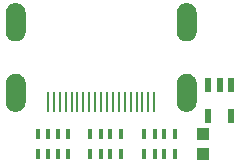
<source format=gbr>
G04 EAGLE Gerber RS-274X export*
G75*
%MOMM*%
%FSLAX34Y34*%
%LPD*%
%INSolderpaste Top*%
%IPPOS*%
%AMOC8*
5,1,8,0,0,1.08239X$1,22.5*%
G01*
%ADD10R,0.200000X1.800000*%
%ADD11R,0.550000X1.200000*%
%ADD12R,0.450000X0.900000*%
%ADD13R,1.000000X1.075000*%

G36*
X226171Y155459D02*
X226171Y155459D01*
X226194Y155463D01*
X226319Y155475D01*
X227665Y155753D01*
X227688Y155762D01*
X227808Y155798D01*
X229074Y156333D01*
X229095Y156346D01*
X229205Y156405D01*
X230343Y157177D01*
X230360Y157194D01*
X230457Y157273D01*
X231422Y158252D01*
X231436Y158272D01*
X231516Y158368D01*
X232271Y159517D01*
X232281Y159539D01*
X232341Y159649D01*
X232857Y160923D01*
X232863Y160947D01*
X232900Y161067D01*
X233158Y162417D01*
X233158Y162444D01*
X233171Y162560D01*
X233171Y180340D01*
X233167Y180367D01*
X233158Y180483D01*
X232900Y181833D01*
X232891Y181856D01*
X232857Y181977D01*
X232341Y183251D01*
X232328Y183271D01*
X232271Y183383D01*
X231516Y184532D01*
X231500Y184549D01*
X231422Y184648D01*
X230457Y185627D01*
X230438Y185641D01*
X230343Y185723D01*
X229205Y186495D01*
X229184Y186505D01*
X229074Y186567D01*
X227808Y187102D01*
X227785Y187108D01*
X227665Y187147D01*
X226319Y187425D01*
X226295Y187426D01*
X226171Y187441D01*
X224796Y187451D01*
X224791Y187451D01*
X224784Y187451D01*
X223409Y187441D01*
X223386Y187437D01*
X223261Y187425D01*
X221915Y187147D01*
X221892Y187138D01*
X221772Y187102D01*
X220506Y186567D01*
X220485Y186554D01*
X220375Y186495D01*
X219237Y185723D01*
X219220Y185706D01*
X219123Y185627D01*
X218158Y184648D01*
X218144Y184628D01*
X218064Y184532D01*
X217309Y183383D01*
X217299Y183361D01*
X217239Y183251D01*
X216723Y181977D01*
X216717Y181953D01*
X216680Y181833D01*
X216422Y180483D01*
X216422Y180456D01*
X216409Y180340D01*
X216409Y162560D01*
X216413Y162533D01*
X216422Y162417D01*
X216680Y161067D01*
X216689Y161044D01*
X216723Y160923D01*
X217239Y159649D01*
X217252Y159629D01*
X217309Y159517D01*
X218064Y158368D01*
X218080Y158351D01*
X218158Y158252D01*
X219123Y157273D01*
X219142Y157259D01*
X219237Y157177D01*
X220375Y156405D01*
X220396Y156395D01*
X220506Y156333D01*
X221772Y155798D01*
X221795Y155792D01*
X221915Y155753D01*
X223261Y155475D01*
X223285Y155474D01*
X223409Y155459D01*
X224784Y155449D01*
X224789Y155450D01*
X224796Y155449D01*
X226171Y155459D01*
G37*
G36*
X81391Y155459D02*
X81391Y155459D01*
X81414Y155463D01*
X81539Y155475D01*
X82885Y155753D01*
X82908Y155762D01*
X83028Y155798D01*
X84294Y156333D01*
X84315Y156346D01*
X84425Y156405D01*
X85563Y157177D01*
X85580Y157194D01*
X85677Y157273D01*
X86642Y158252D01*
X86656Y158272D01*
X86736Y158368D01*
X87491Y159517D01*
X87501Y159539D01*
X87561Y159649D01*
X88077Y160923D01*
X88083Y160947D01*
X88120Y161067D01*
X88378Y162417D01*
X88378Y162444D01*
X88391Y162560D01*
X88391Y180340D01*
X88387Y180367D01*
X88378Y180483D01*
X88120Y181833D01*
X88111Y181856D01*
X88077Y181977D01*
X87561Y183251D01*
X87548Y183271D01*
X87491Y183383D01*
X86736Y184532D01*
X86720Y184549D01*
X86642Y184648D01*
X85677Y185627D01*
X85658Y185641D01*
X85563Y185723D01*
X84425Y186495D01*
X84404Y186505D01*
X84294Y186567D01*
X83028Y187102D01*
X83005Y187108D01*
X82885Y187147D01*
X81539Y187425D01*
X81515Y187426D01*
X81391Y187441D01*
X80016Y187451D01*
X80011Y187451D01*
X80004Y187451D01*
X78629Y187441D01*
X78606Y187437D01*
X78481Y187425D01*
X77135Y187147D01*
X77112Y187138D01*
X76992Y187102D01*
X75726Y186567D01*
X75705Y186554D01*
X75595Y186495D01*
X74457Y185723D01*
X74440Y185706D01*
X74343Y185627D01*
X73378Y184648D01*
X73364Y184628D01*
X73284Y184532D01*
X72529Y183383D01*
X72519Y183361D01*
X72459Y183251D01*
X71943Y181977D01*
X71937Y181953D01*
X71900Y181833D01*
X71642Y180483D01*
X71642Y180456D01*
X71629Y180340D01*
X71629Y162560D01*
X71633Y162533D01*
X71642Y162417D01*
X71900Y161067D01*
X71909Y161044D01*
X71943Y160923D01*
X72459Y159649D01*
X72472Y159629D01*
X72529Y159517D01*
X73284Y158368D01*
X73300Y158351D01*
X73378Y158252D01*
X74343Y157273D01*
X74362Y157259D01*
X74457Y157177D01*
X75595Y156405D01*
X75616Y156395D01*
X75726Y156333D01*
X76992Y155798D01*
X77015Y155792D01*
X77135Y155753D01*
X78481Y155475D01*
X78505Y155474D01*
X78629Y155459D01*
X80004Y155449D01*
X80009Y155450D01*
X80016Y155449D01*
X81391Y155459D01*
G37*
G36*
X81391Y95769D02*
X81391Y95769D01*
X81414Y95773D01*
X81539Y95785D01*
X82885Y96063D01*
X82908Y96072D01*
X83028Y96108D01*
X84294Y96643D01*
X84315Y96656D01*
X84425Y96715D01*
X85563Y97487D01*
X85580Y97504D01*
X85677Y97583D01*
X86642Y98562D01*
X86656Y98582D01*
X86736Y98678D01*
X87491Y99827D01*
X87501Y99849D01*
X87561Y99959D01*
X88077Y101233D01*
X88083Y101257D01*
X88120Y101377D01*
X88378Y102727D01*
X88378Y102754D01*
X88391Y102870D01*
X88391Y120650D01*
X88387Y120677D01*
X88378Y120793D01*
X88120Y122143D01*
X88111Y122166D01*
X88077Y122287D01*
X87561Y123561D01*
X87548Y123581D01*
X87491Y123693D01*
X86736Y124842D01*
X86720Y124859D01*
X86642Y124958D01*
X85677Y125937D01*
X85658Y125951D01*
X85563Y126033D01*
X84425Y126805D01*
X84404Y126815D01*
X84294Y126877D01*
X83028Y127412D01*
X83005Y127418D01*
X82885Y127457D01*
X81539Y127735D01*
X81515Y127736D01*
X81391Y127751D01*
X80016Y127761D01*
X80011Y127761D01*
X80004Y127761D01*
X78629Y127751D01*
X78606Y127747D01*
X78481Y127735D01*
X77135Y127457D01*
X77112Y127448D01*
X76992Y127412D01*
X75726Y126877D01*
X75705Y126864D01*
X75595Y126805D01*
X74457Y126033D01*
X74440Y126016D01*
X74343Y125937D01*
X73378Y124958D01*
X73364Y124938D01*
X73284Y124842D01*
X72529Y123693D01*
X72519Y123671D01*
X72459Y123561D01*
X71943Y122287D01*
X71937Y122263D01*
X71900Y122143D01*
X71642Y120793D01*
X71642Y120766D01*
X71629Y120650D01*
X71629Y102870D01*
X71633Y102843D01*
X71642Y102727D01*
X71900Y101377D01*
X71909Y101354D01*
X71943Y101233D01*
X72459Y99959D01*
X72472Y99939D01*
X72529Y99827D01*
X73284Y98678D01*
X73300Y98661D01*
X73378Y98562D01*
X74343Y97583D01*
X74362Y97569D01*
X74457Y97487D01*
X75595Y96715D01*
X75616Y96705D01*
X75726Y96643D01*
X76992Y96108D01*
X77015Y96102D01*
X77135Y96063D01*
X78481Y95785D01*
X78505Y95784D01*
X78629Y95769D01*
X80004Y95759D01*
X80009Y95760D01*
X80016Y95759D01*
X81391Y95769D01*
G37*
G36*
X226171Y95769D02*
X226171Y95769D01*
X226194Y95773D01*
X226319Y95785D01*
X227665Y96063D01*
X227688Y96072D01*
X227808Y96108D01*
X229074Y96643D01*
X229095Y96656D01*
X229205Y96715D01*
X230343Y97487D01*
X230360Y97504D01*
X230457Y97583D01*
X231422Y98562D01*
X231436Y98582D01*
X231516Y98678D01*
X232271Y99827D01*
X232281Y99849D01*
X232341Y99959D01*
X232857Y101233D01*
X232863Y101257D01*
X232900Y101377D01*
X233158Y102727D01*
X233158Y102754D01*
X233171Y102870D01*
X233171Y120650D01*
X233167Y120677D01*
X233158Y120793D01*
X232900Y122143D01*
X232891Y122166D01*
X232857Y122287D01*
X232341Y123561D01*
X232328Y123581D01*
X232271Y123693D01*
X231516Y124842D01*
X231500Y124859D01*
X231422Y124958D01*
X230457Y125937D01*
X230438Y125951D01*
X230343Y126033D01*
X229205Y126805D01*
X229184Y126815D01*
X229074Y126877D01*
X227808Y127412D01*
X227785Y127418D01*
X227665Y127457D01*
X226319Y127735D01*
X226295Y127736D01*
X226171Y127751D01*
X224796Y127761D01*
X224791Y127761D01*
X224784Y127761D01*
X223409Y127751D01*
X223386Y127747D01*
X223261Y127735D01*
X221915Y127457D01*
X221892Y127448D01*
X221772Y127412D01*
X220506Y126877D01*
X220485Y126864D01*
X220375Y126805D01*
X219237Y126033D01*
X219220Y126016D01*
X219123Y125937D01*
X218158Y124958D01*
X218144Y124938D01*
X218064Y124842D01*
X217309Y123693D01*
X217299Y123671D01*
X217239Y123561D01*
X216723Y122287D01*
X216717Y122263D01*
X216680Y122143D01*
X216422Y120793D01*
X216422Y120766D01*
X216409Y120650D01*
X216409Y102870D01*
X216413Y102843D01*
X216422Y102727D01*
X216680Y101377D01*
X216689Y101354D01*
X216723Y101233D01*
X217239Y99959D01*
X217252Y99939D01*
X217309Y99827D01*
X218064Y98678D01*
X218080Y98661D01*
X218158Y98562D01*
X219123Y97583D01*
X219142Y97569D01*
X219237Y97487D01*
X220375Y96715D01*
X220396Y96705D01*
X220506Y96643D01*
X221772Y96108D01*
X221795Y96102D01*
X221915Y96063D01*
X223261Y95785D01*
X223285Y95784D01*
X223409Y95769D01*
X224784Y95759D01*
X224789Y95760D01*
X224796Y95759D01*
X226171Y95769D01*
G37*
D10*
X157400Y103940D03*
X162400Y103940D03*
X167400Y103940D03*
X172400Y103940D03*
X177400Y103940D03*
X182400Y103940D03*
X187400Y103940D03*
X192400Y103940D03*
X197400Y103940D03*
X152400Y103940D03*
X147400Y103940D03*
X142400Y103940D03*
X137400Y103940D03*
X132400Y103940D03*
X127400Y103940D03*
X122400Y103940D03*
X117400Y103940D03*
X112400Y103940D03*
X107400Y103940D03*
D11*
X262230Y118411D03*
X252730Y118411D03*
X243230Y118411D03*
X243230Y92409D03*
X262230Y92409D03*
D12*
X124760Y60080D03*
X124760Y77080D03*
X115760Y60080D03*
X107760Y60080D03*
X98760Y60080D03*
X98760Y77080D03*
X115760Y77080D03*
X107760Y77080D03*
X169210Y60080D03*
X169210Y77080D03*
X160210Y60080D03*
X152210Y60080D03*
X143210Y60080D03*
X143210Y77080D03*
X160210Y77080D03*
X152210Y77080D03*
X214930Y60080D03*
X214930Y77080D03*
X205930Y60080D03*
X197930Y60080D03*
X188930Y60080D03*
X188930Y77080D03*
X205930Y77080D03*
X197930Y77080D03*
D13*
X238760Y77080D03*
X238760Y60080D03*
M02*

</source>
